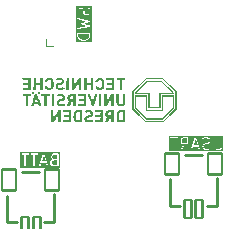
<source format=gbo>
G04 #@! TF.GenerationSoftware,KiCad,Pcbnew,8.0.6*
G04 #@! TF.CreationDate,2025-05-06T14:47:19+02:00*
G04 #@! TF.ProjectId,nRF5340,6e524635-3334-4302-9e6b-696361645f70,rev?*
G04 #@! TF.SameCoordinates,Original*
G04 #@! TF.FileFunction,Legend,Bot*
G04 #@! TF.FilePolarity,Positive*
%FSLAX46Y46*%
G04 Gerber Fmt 4.6, Leading zero omitted, Abs format (unit mm)*
G04 Created by KiCad (PCBNEW 8.0.6) date 2025-05-06 14:47:19*
%MOMM*%
%LPD*%
G01*
G04 APERTURE LIST*
G04 Aperture macros list*
%AMRoundRect*
0 Rectangle with rounded corners*
0 $1 Rounding radius*
0 $2 $3 $4 $5 $6 $7 $8 $9 X,Y pos of 4 corners*
0 Add a 4 corners polygon primitive as box body*
4,1,4,$2,$3,$4,$5,$6,$7,$8,$9,$2,$3,0*
0 Add four circle primitives for the rounded corners*
1,1,$1+$1,$2,$3*
1,1,$1+$1,$4,$5*
1,1,$1+$1,$6,$7*
1,1,$1+$1,$8,$9*
0 Add four rect primitives between the rounded corners*
20,1,$1+$1,$2,$3,$4,$5,0*
20,1,$1+$1,$4,$5,$6,$7,0*
20,1,$1+$1,$6,$7,$8,$9,0*
20,1,$1+$1,$8,$9,$2,$3,0*%
G04 Aperture macros list end*
%ADD10C,0.100000*%
%ADD11C,0.125000*%
%ADD12C,0.254000*%
%ADD13C,0.000000*%
%ADD14C,0.120000*%
%ADD15O,2.004000X1.204000*%
%ADD16O,2.404000X1.204000*%
%ADD17RoundRect,0.102000X-0.300000X-0.775000X0.300000X-0.775000X0.300000X0.775000X-0.300000X0.775000X0*%
%ADD18RoundRect,0.102000X-0.600000X-0.900000X0.600000X-0.900000X0.600000X0.900000X-0.600000X0.900000X0*%
%ADD19C,0.990600*%
%ADD20C,0.787400*%
G04 APERTURE END LIST*
D10*
G36*
X188774363Y-66036704D02*
G01*
X188436915Y-66036704D01*
X188605639Y-65530532D01*
X188774363Y-66036704D01*
G37*
G36*
X187888972Y-65846228D02*
G01*
X187569824Y-65846228D01*
X187492400Y-65807516D01*
X187456255Y-65771372D01*
X187417544Y-65693949D01*
X187417544Y-65574698D01*
X187456255Y-65497274D01*
X187492400Y-65461130D01*
X187569824Y-65422419D01*
X187888972Y-65422419D01*
X187888972Y-65846228D01*
G37*
G36*
X190957226Y-66533530D02*
G01*
X186353096Y-66533530D01*
X186353096Y-65353285D01*
X186464207Y-65353285D01*
X186464207Y-65391553D01*
X186491267Y-65418613D01*
X186510401Y-65422419D01*
X186746115Y-65422419D01*
X186746115Y-66372419D01*
X186749921Y-66391553D01*
X186776981Y-66418613D01*
X186815249Y-66418613D01*
X186842309Y-66391553D01*
X186846115Y-66372419D01*
X186846115Y-65562895D01*
X187317544Y-65562895D01*
X187317544Y-65705752D01*
X187318032Y-65708208D01*
X187317670Y-65709297D01*
X187319786Y-65717024D01*
X187321350Y-65724886D01*
X187322161Y-65725697D01*
X187322823Y-65728113D01*
X187370441Y-65823350D01*
X187375356Y-65829683D01*
X187379808Y-65836345D01*
X187427426Y-65883964D01*
X187434092Y-65888418D01*
X187440421Y-65893330D01*
X187535659Y-65940949D01*
X187538074Y-65941610D01*
X187538886Y-65942422D01*
X187546747Y-65943985D01*
X187554475Y-65946102D01*
X187555563Y-65945739D01*
X187558020Y-65946228D01*
X187604844Y-65946228D01*
X187326582Y-66343746D01*
X187318728Y-66361604D01*
X187325378Y-66399290D01*
X187356729Y-66421235D01*
X187394415Y-66414585D01*
X187408506Y-66401092D01*
X187726910Y-65946228D01*
X187888972Y-65946228D01*
X187888972Y-66372419D01*
X187892778Y-66391553D01*
X187919838Y-66418613D01*
X187958106Y-66418613D01*
X187985166Y-66391553D01*
X187988267Y-66375963D01*
X188222432Y-66375963D01*
X188239546Y-66410192D01*
X188275850Y-66422293D01*
X188310079Y-66405179D01*
X188319740Y-66388230D01*
X188403582Y-66136704D01*
X188807696Y-66136704D01*
X188891538Y-66388230D01*
X188901199Y-66405178D01*
X188935428Y-66422293D01*
X188971732Y-66410191D01*
X188988846Y-66375963D01*
X188986406Y-66356607D01*
X188896438Y-66086704D01*
X189174687Y-66086704D01*
X189174687Y-66181942D01*
X189175175Y-66184398D01*
X189174813Y-66185487D01*
X189176929Y-66193214D01*
X189178493Y-66201076D01*
X189179304Y-66201887D01*
X189179966Y-66204303D01*
X189227584Y-66299540D01*
X189232495Y-66305868D01*
X189236950Y-66312535D01*
X189284569Y-66360155D01*
X189291235Y-66364609D01*
X189297564Y-66369521D01*
X189392802Y-66417140D01*
X189395217Y-66417801D01*
X189396029Y-66418613D01*
X189403890Y-66420176D01*
X189411618Y-66422293D01*
X189412706Y-66421930D01*
X189415163Y-66422419D01*
X189653258Y-66422419D01*
X189661120Y-66420855D01*
X189669069Y-66419853D01*
X189811926Y-66372234D01*
X189828874Y-66362573D01*
X189845989Y-66328344D01*
X189833887Y-66292040D01*
X189799659Y-66274926D01*
X189780303Y-66277366D01*
X189645145Y-66322419D01*
X189426967Y-66322419D01*
X189349544Y-66283708D01*
X189313398Y-66247561D01*
X189274687Y-66170139D01*
X189274687Y-66098507D01*
X189313398Y-66021083D01*
X189349543Y-65984939D01*
X189432615Y-65943403D01*
X189617766Y-65897116D01*
X189622718Y-65894776D01*
X189628000Y-65893330D01*
X189723237Y-65845712D01*
X189729570Y-65840796D01*
X189736232Y-65836345D01*
X189783851Y-65788727D01*
X189788305Y-65782060D01*
X189793217Y-65775732D01*
X189840836Y-65680494D01*
X189841497Y-65678078D01*
X189842309Y-65677267D01*
X189843872Y-65669405D01*
X189845989Y-65661678D01*
X189845626Y-65660589D01*
X189846115Y-65658133D01*
X189846115Y-65562895D01*
X189845626Y-65560438D01*
X189845989Y-65559350D01*
X189843872Y-65551622D01*
X189842309Y-65543761D01*
X189841497Y-65542949D01*
X189840836Y-65540534D01*
X189793217Y-65445296D01*
X189788305Y-65438967D01*
X189783851Y-65432301D01*
X189736232Y-65384683D01*
X189729570Y-65380231D01*
X189723237Y-65375316D01*
X189717443Y-65372419D01*
X190174687Y-65372419D01*
X190174687Y-66181942D01*
X190175175Y-66184398D01*
X190174813Y-66185487D01*
X190176929Y-66193214D01*
X190178493Y-66201076D01*
X190179304Y-66201887D01*
X190179966Y-66204303D01*
X190227584Y-66299540D01*
X190232495Y-66305868D01*
X190236950Y-66312535D01*
X190284569Y-66360155D01*
X190291235Y-66364609D01*
X190297564Y-66369521D01*
X190392802Y-66417140D01*
X190395217Y-66417801D01*
X190396029Y-66418613D01*
X190403890Y-66420176D01*
X190411618Y-66422293D01*
X190412706Y-66421930D01*
X190415163Y-66422419D01*
X190605639Y-66422419D01*
X190608095Y-66421930D01*
X190609184Y-66422293D01*
X190616911Y-66420176D01*
X190624773Y-66418613D01*
X190625584Y-66417801D01*
X190628000Y-66417140D01*
X190723237Y-66369522D01*
X190729564Y-66364611D01*
X190736233Y-66360155D01*
X190783852Y-66312535D01*
X190788305Y-66305869D01*
X190793217Y-66299541D01*
X190840836Y-66204303D01*
X190841497Y-66201887D01*
X190842309Y-66201076D01*
X190843872Y-66193214D01*
X190845989Y-66185487D01*
X190845626Y-66184398D01*
X190846115Y-66181942D01*
X190846115Y-65372419D01*
X190842309Y-65353285D01*
X190815249Y-65326225D01*
X190776981Y-65326225D01*
X190749921Y-65353285D01*
X190746115Y-65372419D01*
X190746115Y-66170138D01*
X190707403Y-66247561D01*
X190671257Y-66283708D01*
X190593836Y-66322419D01*
X190426967Y-66322419D01*
X190349544Y-66283708D01*
X190313398Y-66247561D01*
X190274687Y-66170139D01*
X190274687Y-65372419D01*
X190270881Y-65353285D01*
X190243821Y-65326225D01*
X190205553Y-65326225D01*
X190178493Y-65353285D01*
X190174687Y-65372419D01*
X189717443Y-65372419D01*
X189628000Y-65327698D01*
X189625584Y-65327036D01*
X189624773Y-65326225D01*
X189616911Y-65324661D01*
X189609184Y-65322545D01*
X189608095Y-65322907D01*
X189605639Y-65322419D01*
X189367544Y-65322419D01*
X189359682Y-65323982D01*
X189351732Y-65324985D01*
X189208876Y-65372604D01*
X189191927Y-65382265D01*
X189174813Y-65416494D01*
X189186914Y-65452798D01*
X189221143Y-65469912D01*
X189240498Y-65467472D01*
X189375657Y-65422419D01*
X189593836Y-65422419D01*
X189671259Y-65461130D01*
X189707403Y-65497275D01*
X189746115Y-65574698D01*
X189746115Y-65646329D01*
X189707403Y-65723752D01*
X189671259Y-65759897D01*
X189588188Y-65801433D01*
X189403036Y-65847721D01*
X189398083Y-65850060D01*
X189392802Y-65851507D01*
X189297564Y-65899126D01*
X189291235Y-65904037D01*
X189284569Y-65908492D01*
X189236951Y-65956111D01*
X189232499Y-65962772D01*
X189227584Y-65969106D01*
X189179966Y-66064343D01*
X189179304Y-66066758D01*
X189178493Y-66067570D01*
X189176929Y-66075431D01*
X189174813Y-66083159D01*
X189175175Y-66084247D01*
X189174687Y-66086704D01*
X188896438Y-66086704D01*
X188653073Y-65356608D01*
X188643412Y-65339659D01*
X188640069Y-65337987D01*
X188638399Y-65334647D01*
X188623362Y-65329634D01*
X188609183Y-65322545D01*
X188605638Y-65323726D01*
X188602095Y-65322545D01*
X188587921Y-65329632D01*
X188572879Y-65334646D01*
X188571207Y-65337989D01*
X188567866Y-65339660D01*
X188558205Y-65356608D01*
X188224872Y-66356608D01*
X188222432Y-66375963D01*
X187988267Y-66375963D01*
X187988972Y-66372419D01*
X187988972Y-65372419D01*
X187985166Y-65353285D01*
X187958106Y-65326225D01*
X187938972Y-65322419D01*
X187558020Y-65322419D01*
X187555563Y-65322907D01*
X187554475Y-65322545D01*
X187546747Y-65324661D01*
X187538886Y-65326225D01*
X187538074Y-65327036D01*
X187535659Y-65327698D01*
X187440421Y-65375317D01*
X187434092Y-65380228D01*
X187427426Y-65384683D01*
X187379808Y-65432302D01*
X187375356Y-65438963D01*
X187370441Y-65445297D01*
X187322823Y-65540534D01*
X187322161Y-65542949D01*
X187321350Y-65543761D01*
X187319786Y-65551622D01*
X187317670Y-65559350D01*
X187318032Y-65560438D01*
X187317544Y-65562895D01*
X186846115Y-65562895D01*
X186846115Y-65422419D01*
X187081829Y-65422419D01*
X187100963Y-65418613D01*
X187128023Y-65391553D01*
X187128023Y-65353285D01*
X187100963Y-65326225D01*
X187081829Y-65322419D01*
X186510401Y-65322419D01*
X186491267Y-65326225D01*
X186464207Y-65353285D01*
X186353096Y-65353285D01*
X186353096Y-65211308D01*
X190957226Y-65211308D01*
X190957226Y-66533530D01*
G37*
G36*
X179572419Y-56779104D02*
G01*
X179531099Y-56903063D01*
X179449942Y-56984219D01*
X179366872Y-57025755D01*
X179187692Y-57070550D01*
X179057145Y-57070550D01*
X178877966Y-57025755D01*
X178794892Y-56984218D01*
X178713739Y-56903065D01*
X178672419Y-56779103D01*
X178672419Y-56599122D01*
X179572419Y-56599122D01*
X179572419Y-56779104D01*
G37*
G36*
X179783530Y-57281661D02*
G01*
X178461308Y-57281661D01*
X178461308Y-56549122D01*
X178572419Y-56549122D01*
X178572419Y-56787217D01*
X178573982Y-56795079D01*
X178574985Y-56803028D01*
X178622604Y-56945885D01*
X178623844Y-56948060D01*
X178623844Y-56949208D01*
X178628297Y-56955872D01*
X178632265Y-56962833D01*
X178633291Y-56963346D01*
X178634683Y-56965429D01*
X178729921Y-57060667D01*
X178736580Y-57065117D01*
X178742915Y-57070033D01*
X178838153Y-57117652D01*
X178843434Y-57119098D01*
X178848387Y-57121438D01*
X179038863Y-57169057D01*
X179044980Y-57169354D01*
X179050990Y-57170550D01*
X179193847Y-57170550D01*
X179199856Y-57169354D01*
X179205974Y-57169057D01*
X179396450Y-57121438D01*
X179401402Y-57119098D01*
X179406684Y-57117652D01*
X179501921Y-57070034D01*
X179508249Y-57065122D01*
X179514916Y-57060668D01*
X179610155Y-56965429D01*
X179611545Y-56963347D01*
X179612573Y-56962834D01*
X179616543Y-56955868D01*
X179620994Y-56949208D01*
X179620994Y-56948060D01*
X179622234Y-56945885D01*
X179669853Y-56803029D01*
X179670855Y-56795078D01*
X179672419Y-56787217D01*
X179672419Y-56549122D01*
X179668613Y-56529988D01*
X179641553Y-56502928D01*
X179622419Y-56499122D01*
X178622419Y-56499122D01*
X178603285Y-56502928D01*
X178576225Y-56529988D01*
X178572419Y-56549122D01*
X178461308Y-56549122D01*
X178461308Y-55318941D01*
X178573049Y-55318941D01*
X178593106Y-55351533D01*
X178610838Y-55359667D01*
X179418075Y-55551866D01*
X178895250Y-55691286D01*
X178877743Y-55699894D01*
X178874327Y-55705792D01*
X178868429Y-55709208D01*
X178865080Y-55721766D01*
X178858569Y-55733013D01*
X178860325Y-55739598D01*
X178858569Y-55746183D01*
X178865080Y-55757429D01*
X178868429Y-55769988D01*
X178874327Y-55773403D01*
X178877743Y-55779302D01*
X178895250Y-55787910D01*
X179418075Y-55927329D01*
X178610838Y-56119530D01*
X178593106Y-56127664D01*
X178573049Y-56160256D01*
X178581913Y-56197483D01*
X178614505Y-56217540D01*
X178634000Y-56216810D01*
X179634000Y-55978714D01*
X179651732Y-55970580D01*
X179655651Y-55964210D01*
X179662123Y-55960464D01*
X179665308Y-55948517D01*
X179671789Y-55937988D01*
X179670057Y-55930714D01*
X179671984Y-55923489D01*
X179665788Y-55912787D01*
X179662925Y-55900761D01*
X179656557Y-55896842D01*
X179652810Y-55890370D01*
X179635302Y-55881762D01*
X179102186Y-55739598D01*
X179635302Y-55597434D01*
X179652810Y-55588826D01*
X179656557Y-55582353D01*
X179662925Y-55578435D01*
X179665788Y-55566408D01*
X179671984Y-55555707D01*
X179670057Y-55548481D01*
X179671789Y-55541208D01*
X179665308Y-55530678D01*
X179662123Y-55518732D01*
X179655651Y-55514985D01*
X179651732Y-55508616D01*
X179634000Y-55500482D01*
X178634000Y-55262387D01*
X178614505Y-55261657D01*
X178581913Y-55281714D01*
X178573049Y-55318941D01*
X178461308Y-55318941D01*
X178461308Y-54596741D01*
X178572419Y-54596741D01*
X178572419Y-54834836D01*
X178573982Y-54842698D01*
X178574985Y-54850647D01*
X178622604Y-54993504D01*
X178632265Y-55010452D01*
X178666494Y-55027567D01*
X178702798Y-55015465D01*
X178719912Y-54981237D01*
X178717472Y-54961881D01*
X178672419Y-54826722D01*
X178672419Y-54608544D01*
X178711130Y-54531120D01*
X178747275Y-54494976D01*
X178824699Y-54456265D01*
X178896330Y-54456265D01*
X178973753Y-54494976D01*
X179009897Y-54531121D01*
X179051433Y-54614193D01*
X179097721Y-54799344D01*
X179100060Y-54804296D01*
X179101507Y-54809578D01*
X179149125Y-54904815D01*
X179154040Y-54911148D01*
X179158492Y-54917810D01*
X179206110Y-54965429D01*
X179212776Y-54969883D01*
X179219105Y-54974795D01*
X179314343Y-55022414D01*
X179316758Y-55023075D01*
X179317570Y-55023887D01*
X179325431Y-55025450D01*
X179333159Y-55027567D01*
X179334247Y-55027204D01*
X179336704Y-55027693D01*
X179431942Y-55027693D01*
X179434398Y-55027204D01*
X179435487Y-55027567D01*
X179443214Y-55025450D01*
X179451076Y-55023887D01*
X179451887Y-55023075D01*
X179454303Y-55022414D01*
X179549540Y-54974796D01*
X179555868Y-54969884D01*
X179562535Y-54965430D01*
X179610155Y-54917811D01*
X179614609Y-54911144D01*
X179619521Y-54904816D01*
X179667140Y-54809578D01*
X179667801Y-54807162D01*
X179668613Y-54806351D01*
X179670176Y-54798489D01*
X179672293Y-54790762D01*
X179671930Y-54789673D01*
X179672419Y-54787217D01*
X179672419Y-54549122D01*
X179670855Y-54541260D01*
X179669853Y-54533310D01*
X179622234Y-54390454D01*
X179612573Y-54373505D01*
X179578344Y-54356391D01*
X179542040Y-54368492D01*
X179524926Y-54402721D01*
X179527366Y-54422076D01*
X179572419Y-54557235D01*
X179572419Y-54775413D01*
X179533708Y-54852835D01*
X179497561Y-54888981D01*
X179420139Y-54927693D01*
X179348508Y-54927693D01*
X179271084Y-54888981D01*
X179234939Y-54852837D01*
X179193404Y-54769766D01*
X179147116Y-54584614D01*
X179144776Y-54579661D01*
X179143330Y-54574380D01*
X179095711Y-54479142D01*
X179090799Y-54472813D01*
X179086345Y-54466147D01*
X179038726Y-54418529D01*
X179032064Y-54414077D01*
X179025731Y-54409162D01*
X178930494Y-54361544D01*
X178928078Y-54360882D01*
X178927267Y-54360071D01*
X178919405Y-54358507D01*
X178911678Y-54356391D01*
X178910589Y-54356753D01*
X178908133Y-54356265D01*
X178812895Y-54356265D01*
X178810438Y-54356753D01*
X178809350Y-54356391D01*
X178801622Y-54358507D01*
X178793761Y-54360071D01*
X178792949Y-54360882D01*
X178790534Y-54361544D01*
X178695296Y-54409163D01*
X178688967Y-54414074D01*
X178682301Y-54418529D01*
X178634683Y-54466148D01*
X178630231Y-54472809D01*
X178625316Y-54479143D01*
X178577698Y-54574380D01*
X178577036Y-54576795D01*
X178576225Y-54577607D01*
X178574661Y-54585468D01*
X178572545Y-54593196D01*
X178572907Y-54594284D01*
X178572419Y-54596741D01*
X178461308Y-54596741D01*
X178461308Y-54245154D01*
X179783530Y-54245154D01*
X179783530Y-57281661D01*
G37*
D11*
G36*
X176867168Y-67683619D02*
G01*
X176563471Y-67683619D01*
X176490501Y-67647134D01*
X176457225Y-67613857D01*
X176420740Y-67540887D01*
X176420740Y-67427540D01*
X176457226Y-67354568D01*
X176487238Y-67324555D01*
X176606478Y-67284809D01*
X176867168Y-67284809D01*
X176867168Y-67683619D01*
G37*
G36*
X176867168Y-67159809D02*
G01*
X176611090Y-67159809D01*
X176538118Y-67123323D01*
X176504845Y-67090050D01*
X176468359Y-67017078D01*
X176468359Y-66951350D01*
X176504845Y-66878378D01*
X176538118Y-66845105D01*
X176611090Y-66808619D01*
X176867168Y-66808619D01*
X176867168Y-67159809D01*
G37*
G36*
X175890572Y-67397904D02*
G01*
X175587812Y-67397904D01*
X175739192Y-66943762D01*
X175890572Y-67397904D01*
G37*
G36*
X177103279Y-67919730D02*
G01*
X173713196Y-67919730D01*
X173713196Y-66722201D01*
X173824307Y-66722201D01*
X173824307Y-66770037D01*
X173858131Y-66803861D01*
X173882049Y-66808619D01*
X174105263Y-66808619D01*
X174105263Y-67746119D01*
X174110021Y-67770037D01*
X174143845Y-67803861D01*
X174191681Y-67803861D01*
X174225505Y-67770037D01*
X174230263Y-67746119D01*
X174230263Y-66808619D01*
X174453477Y-66808619D01*
X174477395Y-66803861D01*
X174511219Y-66770037D01*
X174511219Y-66722201D01*
X174586212Y-66722201D01*
X174586212Y-66770037D01*
X174620036Y-66803861D01*
X174643954Y-66808619D01*
X174867168Y-66808619D01*
X174867168Y-67746119D01*
X174871926Y-67770037D01*
X174905750Y-67803861D01*
X174953586Y-67803861D01*
X174987410Y-67770037D01*
X174991287Y-67750550D01*
X175343517Y-67750550D01*
X175364909Y-67793334D01*
X175410290Y-67808461D01*
X175453074Y-67787069D01*
X175465152Y-67765883D01*
X175546145Y-67522904D01*
X175932239Y-67522904D01*
X176013232Y-67765883D01*
X176025310Y-67787069D01*
X176068094Y-67808461D01*
X176113475Y-67793334D01*
X176134867Y-67750550D01*
X176131818Y-67726354D01*
X176027295Y-67412785D01*
X176295740Y-67412785D01*
X176295740Y-67555642D01*
X176296350Y-67558713D01*
X176295898Y-67560072D01*
X176298543Y-67569732D01*
X176300498Y-67579560D01*
X176301511Y-67580573D01*
X176302338Y-67583593D01*
X176349957Y-67678831D01*
X176356097Y-67686742D01*
X176361664Y-67695074D01*
X176409283Y-67742694D01*
X176417611Y-67748258D01*
X176425527Y-67754402D01*
X176520765Y-67802021D01*
X176523784Y-67802847D01*
X176524798Y-67803861D01*
X176534625Y-67805815D01*
X176544286Y-67808461D01*
X176545644Y-67808008D01*
X176548716Y-67808619D01*
X176929668Y-67808619D01*
X176953586Y-67803861D01*
X176987410Y-67770037D01*
X176992168Y-67746119D01*
X176992168Y-66746119D01*
X176987410Y-66722201D01*
X176953586Y-66688377D01*
X176929668Y-66683619D01*
X176596335Y-66683619D01*
X176593263Y-66684229D01*
X176591905Y-66683777D01*
X176582244Y-66686422D01*
X176572417Y-66688377D01*
X176571403Y-66689390D01*
X176568384Y-66690217D01*
X176473146Y-66737836D01*
X176465224Y-66743983D01*
X176456903Y-66749544D01*
X176409284Y-66797163D01*
X176403723Y-66805484D01*
X176397576Y-66813406D01*
X176349957Y-66908644D01*
X176349130Y-66911663D01*
X176348117Y-66912677D01*
X176346162Y-66922504D01*
X176343517Y-66932165D01*
X176343969Y-66933523D01*
X176343359Y-66936595D01*
X176343359Y-67031833D01*
X176343969Y-67034904D01*
X176343517Y-67036263D01*
X176346162Y-67045923D01*
X176348117Y-67055751D01*
X176349130Y-67056764D01*
X176349957Y-67059784D01*
X176397576Y-67155022D01*
X176403723Y-67162943D01*
X176409284Y-67171265D01*
X176444918Y-67206899D01*
X176433714Y-67210635D01*
X176430993Y-67212186D01*
X176429561Y-67212186D01*
X176421232Y-67217750D01*
X176412528Y-67222713D01*
X176411887Y-67223994D01*
X176409284Y-67225734D01*
X176361665Y-67273353D01*
X176356104Y-67281674D01*
X176349957Y-67289596D01*
X176302338Y-67384834D01*
X176301511Y-67387853D01*
X176300498Y-67388867D01*
X176298543Y-67398694D01*
X176295898Y-67408355D01*
X176296350Y-67409713D01*
X176295740Y-67412785D01*
X176027295Y-67412785D01*
X175798485Y-66726355D01*
X175786407Y-66705169D01*
X175782230Y-66703080D01*
X175780142Y-66698904D01*
X175761347Y-66692639D01*
X175743623Y-66683777D01*
X175739192Y-66685254D01*
X175734761Y-66683777D01*
X175717037Y-66692639D01*
X175698242Y-66698904D01*
X175696153Y-66703080D01*
X175691977Y-66705169D01*
X175679899Y-66726355D01*
X175346566Y-67726355D01*
X175343517Y-67750550D01*
X174991287Y-67750550D01*
X174992168Y-67746119D01*
X174992168Y-66808619D01*
X175215382Y-66808619D01*
X175239300Y-66803861D01*
X175273124Y-66770037D01*
X175273124Y-66722201D01*
X175239300Y-66688377D01*
X175215382Y-66683619D01*
X174643954Y-66683619D01*
X174620036Y-66688377D01*
X174586212Y-66722201D01*
X174511219Y-66722201D01*
X174477395Y-66688377D01*
X174453477Y-66683619D01*
X173882049Y-66683619D01*
X173858131Y-66688377D01*
X173824307Y-66722201D01*
X173713196Y-66722201D01*
X173713196Y-66572508D01*
X177103279Y-66572508D01*
X177103279Y-67919730D01*
G37*
D12*
X186425000Y-68912000D02*
X186424999Y-71125000D01*
X187279997Y-71124999D02*
X186424999Y-71125000D01*
X189147002Y-66874999D02*
X187658001Y-66874998D01*
X189525000Y-71125000D02*
X190425000Y-71125000D01*
X190424999Y-68778003D02*
X190425000Y-71125000D01*
X172625000Y-70311998D02*
X172624999Y-72525000D01*
X173480001Y-72525000D02*
X172624999Y-72525000D01*
X175346997Y-68275000D02*
X173857998Y-68275002D01*
X175725000Y-72525000D02*
X176625001Y-72525003D01*
X176625002Y-70178005D02*
X176625001Y-72525003D01*
D13*
G36*
X177872814Y-60818555D02*
G01*
X177872814Y-61332214D01*
X177765117Y-61332214D01*
X177657420Y-61332214D01*
X177663851Y-60825881D01*
X177670281Y-60319549D01*
X177771548Y-60312223D01*
X177872814Y-60304896D01*
X177872814Y-60818555D01*
G37*
G36*
X180612964Y-62201913D02*
G01*
X180612964Y-62714202D01*
X180517655Y-62714202D01*
X180422345Y-62714202D01*
X180422345Y-62201913D01*
X180422345Y-61689624D01*
X180517655Y-61689624D01*
X180612964Y-61689624D01*
X180612964Y-62201913D01*
G37*
G36*
X174679944Y-61773020D02*
G01*
X174679944Y-61856416D01*
X174548893Y-61856416D01*
X174417842Y-61856416D01*
X174417842Y-62285309D01*
X174417842Y-62714202D01*
X174322533Y-62714202D01*
X174227223Y-62714202D01*
X174227223Y-62285309D01*
X174227223Y-61856416D01*
X174096173Y-61856416D01*
X173965122Y-61856416D01*
X173965122Y-61773020D01*
X173965122Y-61689624D01*
X174322533Y-61689624D01*
X174679944Y-61689624D01*
X174679944Y-61773020D01*
G37*
G36*
X174864997Y-61499016D02*
G01*
X174917546Y-61503584D01*
X174938356Y-61526507D01*
X174942045Y-61582401D01*
X174942035Y-61588749D01*
X174937466Y-61641298D01*
X174914544Y-61662109D01*
X174858649Y-61665797D01*
X174852301Y-61665787D01*
X174799752Y-61661219D01*
X174778942Y-61638296D01*
X174775253Y-61582401D01*
X174775264Y-61576054D01*
X174779832Y-61523504D01*
X174802755Y-61502694D01*
X174858649Y-61499005D01*
X174864997Y-61499016D01*
G37*
G36*
X175421543Y-61503280D02*
G01*
X175439571Y-61525421D01*
X175442420Y-61580963D01*
X175442303Y-61600986D01*
X175436201Y-61645709D01*
X175410549Y-61662954D01*
X175351303Y-61665797D01*
X175332003Y-61665707D01*
X175283015Y-61660522D01*
X175264724Y-61638702D01*
X175263678Y-61588358D01*
X175263801Y-61585722D01*
X175271164Y-61535341D01*
X175296558Y-61512539D01*
X175354796Y-61503524D01*
X175374110Y-61501969D01*
X175421543Y-61503280D01*
G37*
G36*
X182638293Y-60402945D02*
G01*
X182638293Y-60498255D01*
X182507242Y-60498255D01*
X182376191Y-60498255D01*
X182376191Y-60915234D01*
X182376191Y-61332214D01*
X182268968Y-61332214D01*
X182161745Y-61332214D01*
X182161745Y-60915234D01*
X182161745Y-60498255D01*
X182030694Y-60498255D01*
X181899644Y-60498255D01*
X181899644Y-60402945D01*
X181899644Y-60307636D01*
X182268968Y-60307636D01*
X182638293Y-60307636D01*
X182638293Y-60402945D01*
G37*
G36*
X176276379Y-61773020D02*
G01*
X176276379Y-61856416D01*
X176145328Y-61856416D01*
X176014278Y-61856416D01*
X176014278Y-62269424D01*
X176013688Y-62381296D01*
X176011525Y-62503822D01*
X176008056Y-62602875D01*
X176003579Y-62670393D01*
X175998393Y-62698317D01*
X175994442Y-62700978D01*
X175954136Y-62710396D01*
X175891169Y-62714202D01*
X175799831Y-62714202D01*
X175799831Y-62285309D01*
X175799831Y-61856416D01*
X175668780Y-61856416D01*
X175537730Y-61856416D01*
X175537730Y-61773020D01*
X175537730Y-61689624D01*
X175907054Y-61689624D01*
X176276379Y-61689624D01*
X176276379Y-61773020D01*
G37*
G36*
X176593100Y-61692289D02*
G01*
X176625880Y-61706067D01*
X176634344Y-61737279D01*
X176634345Y-61737358D01*
X176634519Y-61775716D01*
X176634671Y-61853306D01*
X176634791Y-61961747D01*
X176634870Y-62092656D01*
X176634898Y-62237654D01*
X176634898Y-62245002D01*
X176634868Y-62386305D01*
X176634788Y-62510262D01*
X176634668Y-62609297D01*
X176634517Y-62675831D01*
X176634344Y-62702289D01*
X176631826Y-62704940D01*
X176598347Y-62711554D01*
X176538480Y-62714202D01*
X176443171Y-62714202D01*
X176443171Y-62201913D01*
X176443171Y-61689624D01*
X176538480Y-61689624D01*
X176593100Y-61692289D01*
G37*
G36*
X174632289Y-60819925D02*
G01*
X174632289Y-61332214D01*
X174286792Y-61332214D01*
X173941295Y-61332214D01*
X173941295Y-61248818D01*
X173941295Y-61165422D01*
X174179568Y-61165422D01*
X174417842Y-61165422D01*
X174417842Y-61034371D01*
X174417842Y-60903321D01*
X174215310Y-60903321D01*
X174012777Y-60903321D01*
X174012777Y-60819925D01*
X174012777Y-60736529D01*
X174215310Y-60736529D01*
X174417842Y-60736529D01*
X174417842Y-60618255D01*
X174417842Y-60499981D01*
X174185525Y-60493161D01*
X173953208Y-60486341D01*
X173945813Y-60396988D01*
X173938418Y-60307636D01*
X174285353Y-60307636D01*
X174632289Y-60307636D01*
X174632289Y-60819925D01*
G37*
G36*
X175633039Y-60818555D02*
G01*
X175633039Y-61332214D01*
X175525816Y-61332214D01*
X175418593Y-61332214D01*
X175418593Y-61117767D01*
X175418593Y-60903321D01*
X175251801Y-60903321D01*
X175085009Y-60903321D01*
X175085009Y-61117767D01*
X175085009Y-61332214D01*
X174977312Y-61332214D01*
X174869615Y-61332214D01*
X174876046Y-60825881D01*
X174882477Y-60319549D01*
X174983743Y-60312223D01*
X175085009Y-60304896D01*
X175085009Y-60520712D01*
X175085009Y-60736529D01*
X175250873Y-60736529D01*
X175416738Y-60736529D01*
X175423622Y-60528039D01*
X175430507Y-60319549D01*
X175531773Y-60312223D01*
X175633039Y-60304896D01*
X175633039Y-60818555D01*
G37*
G36*
X178039606Y-63560075D02*
G01*
X178039606Y-64072364D01*
X177706022Y-64072364D01*
X177372439Y-64072364D01*
X177372439Y-63989831D01*
X177372439Y-63907298D01*
X177604756Y-63900478D01*
X177837073Y-63893658D01*
X177837073Y-63774521D01*
X177837073Y-63655384D01*
X177631124Y-63648537D01*
X177425175Y-63641689D01*
X177428591Y-63565141D01*
X177432007Y-63488593D01*
X177634540Y-63476679D01*
X177837073Y-63464765D01*
X177844336Y-63351585D01*
X177851598Y-63238405D01*
X177612018Y-63238405D01*
X177372439Y-63238405D01*
X177372439Y-63143095D01*
X177372439Y-63047786D01*
X177706022Y-63047786D01*
X178039606Y-63047786D01*
X178039606Y-63560075D01*
G37*
G36*
X179326285Y-62201913D02*
G01*
X179326285Y-62714202D01*
X178992702Y-62714202D01*
X178659118Y-62714202D01*
X178659118Y-62618893D01*
X178659118Y-62523583D01*
X178897392Y-62523583D01*
X179135666Y-62523583D01*
X179135666Y-62404446D01*
X179135666Y-62285309D01*
X178933133Y-62285309D01*
X178730600Y-62285309D01*
X178730600Y-62190000D01*
X178730600Y-62094690D01*
X178933133Y-62094690D01*
X179135666Y-62094690D01*
X179135666Y-61975553D01*
X179135666Y-61856416D01*
X178897392Y-61856416D01*
X178659118Y-61856416D01*
X178659118Y-61773020D01*
X178659118Y-61689624D01*
X178992702Y-61689624D01*
X179326285Y-61689624D01*
X179326285Y-62201913D01*
G37*
G36*
X179921970Y-60818555D02*
G01*
X179921970Y-61332214D01*
X179814747Y-61332214D01*
X179707523Y-61332214D01*
X179707523Y-61117767D01*
X179707523Y-60903321D01*
X179540732Y-60903321D01*
X179373940Y-60903321D01*
X179373940Y-61117767D01*
X179373940Y-61332214D01*
X179266243Y-61332214D01*
X179158546Y-61332214D01*
X179164976Y-60825881D01*
X179171407Y-60319549D01*
X179272674Y-60312223D01*
X179373940Y-60304896D01*
X179373940Y-60520712D01*
X179373940Y-60736529D01*
X179539804Y-60736529D01*
X179705668Y-60736529D01*
X179712553Y-60528039D01*
X179719437Y-60319549D01*
X179820704Y-60312223D01*
X179921970Y-60304896D01*
X179921970Y-60818555D01*
G37*
G36*
X180732101Y-63560075D02*
G01*
X180732101Y-64072364D01*
X180398518Y-64072364D01*
X180064934Y-64072364D01*
X180064934Y-63989831D01*
X180064934Y-63907298D01*
X180297251Y-63900478D01*
X180529568Y-63893658D01*
X180536771Y-63768564D01*
X180543973Y-63643471D01*
X180328281Y-63643471D01*
X180112589Y-63643471D01*
X180112589Y-63561002D01*
X180112589Y-63478534D01*
X180321079Y-63471650D01*
X180529568Y-63464765D01*
X180536831Y-63351585D01*
X180544093Y-63238405D01*
X180304514Y-63238405D01*
X180064934Y-63238405D01*
X180064934Y-63143095D01*
X180064934Y-63047786D01*
X180398518Y-63047786D01*
X180732101Y-63047786D01*
X180732101Y-63560075D01*
G37*
G36*
X181377276Y-60312938D02*
G01*
X181712694Y-60319549D01*
X181716816Y-60825887D01*
X181720938Y-61332224D01*
X181381398Y-61332219D01*
X181041857Y-61332214D01*
X181041857Y-61248818D01*
X181041857Y-61165422D01*
X181280131Y-61165422D01*
X181518405Y-61165422D01*
X181518405Y-61034371D01*
X181518405Y-60903321D01*
X181315872Y-60903321D01*
X181113340Y-60903321D01*
X181113340Y-60819925D01*
X181113340Y-60736529D01*
X181315872Y-60736529D01*
X181518405Y-60736529D01*
X181518405Y-60617392D01*
X181518405Y-60498255D01*
X181280131Y-60498255D01*
X181041857Y-60498255D01*
X181041857Y-60402291D01*
X181041857Y-60306327D01*
X181377276Y-60312938D01*
G37*
G36*
X178823110Y-60312342D02*
G01*
X178909306Y-60319549D01*
X178915737Y-60825881D01*
X178922167Y-61332214D01*
X178815182Y-61332214D01*
X178708197Y-61332214D01*
X178701528Y-61030557D01*
X178694859Y-60728900D01*
X178504240Y-61029546D01*
X178457266Y-61103487D01*
X178396088Y-61197884D01*
X178351331Y-61261641D01*
X178317383Y-61300805D01*
X178288631Y-61321422D01*
X178259464Y-61329539D01*
X178224268Y-61331203D01*
X178134916Y-61332214D01*
X178134916Y-60819925D01*
X178134916Y-60307636D01*
X178230225Y-60307636D01*
X178325535Y-60307636D01*
X178325921Y-60623349D01*
X178326307Y-60939062D01*
X178531611Y-60622099D01*
X178736914Y-60305135D01*
X178823110Y-60312342D01*
G37*
G36*
X181070930Y-61992994D02*
G01*
X181077598Y-62296364D01*
X181273824Y-61992994D01*
X181470049Y-61689624D01*
X181565709Y-61689624D01*
X181661370Y-61689624D01*
X181661370Y-62186028D01*
X181661308Y-62229724D01*
X181660182Y-62375010D01*
X181657811Y-62501802D01*
X181654420Y-62602811D01*
X181650236Y-62670746D01*
X181645485Y-62698317D01*
X181641718Y-62700889D01*
X181601687Y-62710368D01*
X181538953Y-62714202D01*
X181448306Y-62714202D01*
X181441658Y-62407637D01*
X181435009Y-62101072D01*
X181241627Y-62401680D01*
X181211484Y-62448458D01*
X181144217Y-62551206D01*
X181094677Y-62622046D01*
X181057257Y-62667146D01*
X181026350Y-62692674D01*
X180996352Y-62704798D01*
X180961655Y-62709684D01*
X180875066Y-62717079D01*
X180875066Y-62203352D01*
X180875066Y-61689624D01*
X180969663Y-61689624D01*
X181064261Y-61689624D01*
X181070930Y-61992994D01*
G37*
G36*
X186998705Y-62199881D02*
G01*
X186998705Y-62940198D01*
X186432991Y-63506281D01*
X185867277Y-64072364D01*
X185115869Y-64072364D01*
X184364461Y-64072364D01*
X183799219Y-63505324D01*
X183233977Y-62938285D01*
X183233977Y-62200361D01*
X183233977Y-61486694D01*
X183353114Y-61486694D01*
X183353114Y-62190000D01*
X183353114Y-62893305D01*
X183883468Y-63423266D01*
X184413822Y-63953227D01*
X185116734Y-63953227D01*
X185819647Y-63953227D01*
X186349608Y-63422873D01*
X186879568Y-62892519D01*
X186879568Y-62189607D01*
X186879568Y-61486694D01*
X186349215Y-60956734D01*
X185818861Y-60426773D01*
X185116341Y-60426773D01*
X184413822Y-60426773D01*
X183883468Y-60956734D01*
X183353114Y-61486694D01*
X183233977Y-61486694D01*
X183233977Y-61462437D01*
X183811591Y-60885037D01*
X184389205Y-60307636D01*
X185116869Y-60307636D01*
X185844533Y-60307636D01*
X186421619Y-60883600D01*
X186998705Y-61459564D01*
X186998705Y-61486694D01*
X186998705Y-62199881D01*
G37*
G36*
X176562308Y-63345628D02*
G01*
X176562324Y-63358501D01*
X176563940Y-63469641D01*
X176567815Y-63560191D01*
X176573409Y-63621132D01*
X176580178Y-63643442D01*
X176585841Y-63639256D01*
X176614307Y-63603980D01*
X176660888Y-63538618D01*
X176720651Y-63450211D01*
X176788668Y-63345796D01*
X176834501Y-63274369D01*
X176896160Y-63180128D01*
X176941202Y-63116536D01*
X176975298Y-63077559D01*
X177004121Y-63057164D01*
X177033345Y-63049316D01*
X177068640Y-63047982D01*
X177157992Y-63047786D01*
X177157992Y-63560075D01*
X177157992Y-64072364D01*
X177062683Y-64072364D01*
X176967373Y-64072364D01*
X176967373Y-63774521D01*
X176967357Y-63761576D01*
X176965739Y-63650499D01*
X176961864Y-63560062D01*
X176956271Y-63499268D01*
X176949503Y-63477120D01*
X176944129Y-63481134D01*
X176916277Y-63516240D01*
X176870542Y-63581658D01*
X176811811Y-63670270D01*
X176744969Y-63774963D01*
X176558306Y-64072364D01*
X176464997Y-64072364D01*
X176371689Y-64072364D01*
X176371689Y-63560075D01*
X176371689Y-63047786D01*
X176466998Y-63047786D01*
X176562308Y-63047786D01*
X176562308Y-63345628D01*
G37*
G36*
X182090263Y-62067170D02*
G01*
X182090728Y-62199897D01*
X182092781Y-62308169D01*
X182097179Y-62383029D01*
X182104674Y-62431957D01*
X182116017Y-62462433D01*
X182131961Y-62481934D01*
X182148150Y-62494857D01*
X182225896Y-62527177D01*
X182306855Y-62524413D01*
X182376790Y-62489373D01*
X182421465Y-62424862D01*
X182423637Y-62417502D01*
X182433049Y-62357429D01*
X182440683Y-62263513D01*
X182445803Y-62147130D01*
X182447674Y-62019652D01*
X182447674Y-61689624D01*
X182544552Y-61689624D01*
X182641431Y-61689624D01*
X182633905Y-62093031D01*
X182633357Y-62121326D01*
X182628765Y-62281160D01*
X182620735Y-62401773D01*
X182606893Y-62490477D01*
X182584868Y-62554586D01*
X182552288Y-62601412D01*
X182506783Y-62638269D01*
X182445980Y-62672467D01*
X182338204Y-62708407D01*
X182213667Y-62710848D01*
X182095690Y-62676613D01*
X181995287Y-62609092D01*
X181923473Y-62511674D01*
X181910987Y-62483785D01*
X181895770Y-62437066D01*
X181885603Y-62379724D01*
X181879527Y-62302507D01*
X181876584Y-62196159D01*
X181875816Y-62051426D01*
X181875816Y-61689624D01*
X181983039Y-61689624D01*
X182090263Y-61689624D01*
X182090263Y-62067170D01*
G37*
G36*
X182638293Y-63557967D02*
G01*
X182638293Y-64072364D01*
X182397663Y-64072364D01*
X182273388Y-64069815D01*
X182140271Y-64055227D01*
X182043784Y-64022565D01*
X181977961Y-63966059D01*
X181936840Y-63879944D01*
X181914457Y-63758452D01*
X181904847Y-63595816D01*
X181903301Y-63527562D01*
X182093727Y-63527562D01*
X182093817Y-63664901D01*
X182110271Y-63767655D01*
X182145133Y-63836911D01*
X182200218Y-63878654D01*
X182254883Y-63895312D01*
X182327186Y-63904495D01*
X182392679Y-63902931D01*
X182431789Y-63889687D01*
X182433136Y-63887198D01*
X182438830Y-63849518D01*
X182443447Y-63775557D01*
X182446543Y-63674644D01*
X182447674Y-63556104D01*
X182447674Y-63238405D01*
X182320316Y-63238405D01*
X182316481Y-63238412D01*
X182226323Y-63245416D01*
X182164691Y-63270530D01*
X182125863Y-63321058D01*
X182104115Y-63404301D01*
X182093727Y-63527562D01*
X181903301Y-63527562D01*
X181902981Y-63513426D01*
X181903380Y-63410794D01*
X181908982Y-63338242D01*
X181920860Y-63284950D01*
X181940086Y-63240099D01*
X181955170Y-63212691D01*
X182001144Y-63147985D01*
X182057000Y-63103573D01*
X182132138Y-63075408D01*
X182235956Y-63059444D01*
X182377853Y-63051635D01*
X182638293Y-63043570D01*
X182638293Y-63556104D01*
X182638293Y-63557967D01*
G37*
G36*
X179768002Y-61999381D02*
G01*
X179777713Y-62031686D01*
X179811682Y-62140569D01*
X179841072Y-62228661D01*
X179863014Y-62287629D01*
X179874637Y-62309137D01*
X179876350Y-62307850D01*
X179891084Y-62276747D01*
X179915805Y-62210378D01*
X179947519Y-62117117D01*
X179983233Y-62005337D01*
X180077563Y-61701538D01*
X180178472Y-61694211D01*
X180205172Y-61692985D01*
X180258271Y-61696183D01*
X180279381Y-61706812D01*
X180277385Y-61715157D01*
X180263433Y-61761339D01*
X180238407Y-61840391D01*
X180204963Y-61944214D01*
X180165762Y-62064713D01*
X180123459Y-62193788D01*
X180080715Y-62323344D01*
X180040185Y-62445282D01*
X180004530Y-62551505D01*
X179976406Y-62633917D01*
X179958472Y-62684418D01*
X179930746Y-62705155D01*
X179877044Y-62714202D01*
X179853665Y-62713258D01*
X179834015Y-62706655D01*
X179815549Y-62688743D01*
X179795565Y-62653868D01*
X179771363Y-62596379D01*
X179740241Y-62510622D01*
X179699496Y-62390946D01*
X179646428Y-62231698D01*
X179630189Y-62182854D01*
X179583409Y-62042337D01*
X179542134Y-61918628D01*
X179508742Y-61818834D01*
X179485607Y-61750059D01*
X179475107Y-61719409D01*
X179474491Y-61709165D01*
X179501021Y-61694275D01*
X179569892Y-61689624D01*
X179675632Y-61689624D01*
X179768002Y-61999381D01*
G37*
G36*
X186762890Y-62400838D02*
G01*
X186763118Y-62861864D01*
X186257673Y-63359891D01*
X185752228Y-63857917D01*
X185118775Y-63857917D01*
X184485322Y-63857917D01*
X183978787Y-63351793D01*
X183472251Y-62845669D01*
X183472251Y-62314827D01*
X183472251Y-61904071D01*
X183567561Y-61904071D01*
X183567561Y-62350173D01*
X183567561Y-62796274D01*
X184038814Y-63267527D01*
X184510067Y-63738780D01*
X185115645Y-63738780D01*
X185721224Y-63738780D01*
X186193173Y-63268974D01*
X186665122Y-62799167D01*
X186665122Y-62351619D01*
X186665122Y-61904071D01*
X186260056Y-61904071D01*
X185854991Y-61904071D01*
X185854991Y-62499756D01*
X185854991Y-63095441D01*
X185116341Y-63095441D01*
X184377692Y-63095441D01*
X184377692Y-62499756D01*
X184377692Y-61904071D01*
X183972627Y-61904071D01*
X183567561Y-61904071D01*
X183472251Y-61904071D01*
X183472251Y-61783986D01*
X183978583Y-61790417D01*
X184484916Y-61796848D01*
X184491282Y-62398489D01*
X184497648Y-63000131D01*
X185116341Y-63000131D01*
X185735035Y-63000131D01*
X185741401Y-62398489D01*
X185747767Y-61796848D01*
X186254099Y-61790417D01*
X186760432Y-61783986D01*
X186761546Y-61861899D01*
X186761552Y-61862261D01*
X186761914Y-61910833D01*
X186762251Y-61997955D01*
X186762541Y-62114649D01*
X186762761Y-62251937D01*
X186762847Y-62351619D01*
X186762890Y-62400838D01*
G37*
G36*
X181685197Y-63560075D02*
G01*
X181685197Y-64072364D01*
X181577974Y-64072364D01*
X181470750Y-64072364D01*
X181470750Y-63869831D01*
X181470750Y-63667298D01*
X181404578Y-63667298D01*
X181380307Y-63669200D01*
X181351156Y-63682270D01*
X181322107Y-63714727D01*
X181286571Y-63774578D01*
X181237960Y-63869831D01*
X181137514Y-64072364D01*
X181030117Y-64072364D01*
X180997977Y-64071832D01*
X180944038Y-64067694D01*
X180922720Y-64060800D01*
X180926040Y-64051168D01*
X180946049Y-64006387D01*
X180980135Y-63934607D01*
X181023634Y-63845761D01*
X181124548Y-63642284D01*
X181061620Y-63589266D01*
X181000805Y-63523851D01*
X180953284Y-63420733D01*
X180952242Y-63388714D01*
X181142682Y-63388714D01*
X181168918Y-63438192D01*
X181182012Y-63456746D01*
X181213947Y-63484939D01*
X181261356Y-63497585D01*
X181340249Y-63500506D01*
X181470750Y-63500506D01*
X181470750Y-63368267D01*
X181470750Y-63236027D01*
X181334536Y-63243173D01*
X181289911Y-63246081D01*
X181227148Y-63256004D01*
X181189867Y-63276321D01*
X181163205Y-63313098D01*
X181145843Y-63348093D01*
X181142682Y-63388714D01*
X180952242Y-63388714D01*
X180949691Y-63310355D01*
X180991479Y-63200757D01*
X181025339Y-63154532D01*
X181088090Y-63103792D01*
X181173561Y-63070882D01*
X181289729Y-63053111D01*
X181444567Y-63047786D01*
X181685197Y-63047786D01*
X181685197Y-63368267D01*
X181685197Y-63560075D01*
G37*
G36*
X178992702Y-63562125D02*
G01*
X178992702Y-64076465D01*
X178720184Y-64068457D01*
X178637135Y-64065836D01*
X178544874Y-64061215D01*
X178482886Y-64053685D01*
X178440731Y-64040878D01*
X178407968Y-64020425D01*
X178374155Y-63989957D01*
X178331080Y-63941857D01*
X178290959Y-63870395D01*
X178266853Y-63780326D01*
X178256498Y-63662266D01*
X178257315Y-63550253D01*
X178444672Y-63550253D01*
X178444719Y-63565221D01*
X178451066Y-63693172D01*
X178469924Y-63782970D01*
X178503912Y-63842367D01*
X178555644Y-63879117D01*
X178609887Y-63895544D01*
X178681890Y-63904528D01*
X178747214Y-63902877D01*
X178786198Y-63889687D01*
X178787545Y-63887198D01*
X178793239Y-63849518D01*
X178797856Y-63775557D01*
X178800952Y-63674644D01*
X178802083Y-63556104D01*
X178802083Y-63238405D01*
X178672761Y-63238405D01*
X178643845Y-63238661D01*
X178574827Y-63244762D01*
X178530651Y-63263583D01*
X178494056Y-63301187D01*
X178474784Y-63329670D01*
X178456252Y-63378442D01*
X178447116Y-63447423D01*
X178444672Y-63550253D01*
X178257315Y-63550253D01*
X178257631Y-63506835D01*
X178258827Y-63474676D01*
X178265193Y-63366233D01*
X178275330Y-63291521D01*
X178291338Y-63239314D01*
X178315315Y-63198385D01*
X178345926Y-63161068D01*
X178412381Y-63106794D01*
X178497370Y-63071940D01*
X178610251Y-63053338D01*
X178760385Y-63047823D01*
X178992702Y-63047786D01*
X178992702Y-63556104D01*
X178992702Y-63562125D01*
G37*
G36*
X176271324Y-60313955D02*
G01*
X176387021Y-60353633D01*
X176486898Y-60434162D01*
X176523574Y-60496401D01*
X176552472Y-60597264D01*
X176569437Y-60720352D01*
X176574080Y-60853097D01*
X176566009Y-60982931D01*
X176544835Y-61097286D01*
X176510168Y-61183594D01*
X176470392Y-61238099D01*
X176401449Y-61293035D01*
X176301598Y-61334490D01*
X176272839Y-61341438D01*
X176174379Y-61344537D01*
X176072060Y-61325379D01*
X175990450Y-61287662D01*
X175986354Y-61284615D01*
X175931784Y-61232919D01*
X175879096Y-61167051D01*
X175839363Y-61102481D01*
X175823659Y-61054675D01*
X175845094Y-61030795D01*
X175909408Y-61022457D01*
X175926003Y-61022889D01*
X175997325Y-61041149D01*
X176061932Y-61093940D01*
X176100877Y-61128955D01*
X176179670Y-61164367D01*
X176255851Y-61155674D01*
X176322304Y-61102640D01*
X176345493Y-61066777D01*
X176361691Y-61017726D01*
X176369600Y-60947169D01*
X176371689Y-60842090D01*
X176371531Y-60818418D01*
X176367671Y-60719502D01*
X176359692Y-60636251D01*
X176349002Y-60584651D01*
X176313794Y-60528908D01*
X176249158Y-60489070D01*
X176174289Y-60482712D01*
X176102855Y-60510380D01*
X176048526Y-60572623D01*
X176019384Y-60617521D01*
X175981582Y-60636533D01*
X175916497Y-60637380D01*
X175896500Y-60636099D01*
X175846661Y-60628618D01*
X175830196Y-60610006D01*
X175835793Y-60570953D01*
X175872274Y-60478992D01*
X175950353Y-60387097D01*
X176057794Y-60328417D01*
X176188210Y-60307725D01*
X176271324Y-60313955D01*
G37*
G36*
X180566465Y-60314953D02*
G01*
X180679596Y-60355921D01*
X180779756Y-60438271D01*
X180794431Y-60454679D01*
X180815325Y-60485322D01*
X180829153Y-60524107D01*
X180837824Y-60580909D01*
X180843245Y-60665608D01*
X180847324Y-60788080D01*
X180848026Y-60815712D01*
X180847704Y-60971590D01*
X180836561Y-61088941D01*
X180811433Y-61175216D01*
X180769156Y-61237863D01*
X180706566Y-61284332D01*
X180620498Y-61322071D01*
X180499387Y-61346393D01*
X180373939Y-61328962D01*
X180260798Y-61268004D01*
X180166201Y-61165664D01*
X180128344Y-61103562D01*
X180114964Y-61054906D01*
X180137892Y-61029670D01*
X180198339Y-61022457D01*
X180214934Y-61022889D01*
X180286256Y-61041149D01*
X180350863Y-61093940D01*
X180389808Y-61128955D01*
X180468600Y-61164367D01*
X180544781Y-61155674D01*
X180611235Y-61102640D01*
X180615251Y-61097420D01*
X180638404Y-61058164D01*
X180652215Y-61008215D01*
X180658885Y-60935278D01*
X180660619Y-60827059D01*
X180660198Y-60786896D01*
X180655678Y-60689756D01*
X180647256Y-60612384D01*
X180636246Y-60568717D01*
X180609963Y-60532340D01*
X180543109Y-60490301D01*
X180465873Y-60482948D01*
X180392671Y-60510136D01*
X180337923Y-60571721D01*
X180312968Y-60611087D01*
X180273679Y-60635448D01*
X180207287Y-60641219D01*
X180145831Y-60634495D01*
X180114394Y-60608624D01*
X180119622Y-60558771D01*
X180160115Y-60480167D01*
X180235924Y-60391180D01*
X180345476Y-60329116D01*
X180477140Y-60307725D01*
X180566465Y-60314953D01*
G37*
G36*
X175440271Y-62363691D02*
G01*
X175484501Y-62486626D01*
X175520172Y-62585728D01*
X175544766Y-62653993D01*
X175555760Y-62684418D01*
X175556843Y-62692971D01*
X175533196Y-62709117D01*
X175466880Y-62714202D01*
X175439896Y-62713936D01*
X175387601Y-62706417D01*
X175356939Y-62678960D01*
X175329666Y-62618893D01*
X175292227Y-62523583D01*
X175108994Y-62523583D01*
X174925761Y-62523583D01*
X174897205Y-62618893D01*
X174889753Y-62643044D01*
X174868120Y-62691321D01*
X174835273Y-62710668D01*
X174774297Y-62714202D01*
X174764611Y-62714102D01*
X174702170Y-62705505D01*
X174680065Y-62684418D01*
X174680960Y-62679009D01*
X174693802Y-62635457D01*
X174720001Y-62556562D01*
X174757133Y-62449351D01*
X174800593Y-62327007D01*
X174995490Y-62327007D01*
X174997258Y-62340699D01*
X175030861Y-62353006D01*
X175106287Y-62356791D01*
X175151509Y-62355506D01*
X175206606Y-62349027D01*
X175228215Y-62338921D01*
X175228199Y-62337713D01*
X175219783Y-62299580D01*
X175199618Y-62237185D01*
X175173016Y-62164438D01*
X175145287Y-62095251D01*
X175121742Y-62043537D01*
X175107692Y-62023208D01*
X175095722Y-62038169D01*
X175073909Y-62087825D01*
X175048956Y-62160215D01*
X175029502Y-62222298D01*
X175008095Y-62289276D01*
X174995490Y-62327007D01*
X174800593Y-62327007D01*
X174802780Y-62320850D01*
X174854519Y-62178086D01*
X175028852Y-61701538D01*
X175112934Y-61694356D01*
X175197015Y-61687173D01*
X175370940Y-62170903D01*
X175390006Y-62223929D01*
X175431363Y-62338921D01*
X175440271Y-62363691D01*
G37*
G36*
X178444672Y-62201913D02*
G01*
X178444672Y-62714202D01*
X178350290Y-62714202D01*
X178255908Y-62714202D01*
X178249023Y-62505713D01*
X178248591Y-62492643D01*
X178244757Y-62397424D01*
X178238865Y-62339150D01*
X178227682Y-62308188D01*
X178207976Y-62294907D01*
X178176513Y-62289674D01*
X178176254Y-62289644D01*
X178144602Y-62289309D01*
X178118425Y-62301746D01*
X178091419Y-62334607D01*
X178057285Y-62395543D01*
X178009721Y-62492207D01*
X177908555Y-62702289D01*
X177795375Y-62709551D01*
X177757621Y-62710870D01*
X177703630Y-62707429D01*
X177682593Y-62697637D01*
X177686211Y-62686237D01*
X177707745Y-62639044D01*
X177744324Y-62566033D01*
X177790930Y-62477405D01*
X177898869Y-62276348D01*
X177827996Y-62220881D01*
X177756231Y-62139691D01*
X177719959Y-62036542D01*
X177722873Y-61972843D01*
X177925028Y-61972843D01*
X177926127Y-62042246D01*
X177957001Y-62095346D01*
X177995471Y-62113535D01*
X178061841Y-62129317D01*
X178136005Y-62138541D01*
X178200079Y-62139069D01*
X178236182Y-62128760D01*
X178242933Y-62112421D01*
X178250933Y-62058185D01*
X178254053Y-61983496D01*
X178254053Y-61856416D01*
X178126695Y-61856416D01*
X178076277Y-61857895D01*
X178004226Y-61870898D01*
X177959903Y-61899990D01*
X177953397Y-61907795D01*
X177925028Y-61972843D01*
X177722873Y-61972843D01*
X177725080Y-61924600D01*
X177772899Y-61813500D01*
X177808961Y-61768595D01*
X177864227Y-61730257D01*
X177940993Y-61706000D01*
X178047827Y-61693297D01*
X178193301Y-61689624D01*
X178444672Y-61689624D01*
X178444672Y-61983496D01*
X178444672Y-62201913D01*
G37*
G36*
X177318782Y-61688008D02*
G01*
X177391376Y-61717199D01*
X177478977Y-61788227D01*
X177534913Y-61882600D01*
X177554017Y-61990265D01*
X177531123Y-62101169D01*
X177518144Y-62128178D01*
X177459676Y-62197516D01*
X177369672Y-62244766D01*
X177241074Y-62274135D01*
X177201521Y-62280678D01*
X177128157Y-62296927D01*
X177080553Y-62313021D01*
X177058555Y-62333663D01*
X177040504Y-62388636D01*
X177045339Y-62451037D01*
X177073844Y-62499131D01*
X177106513Y-62514306D01*
X177178838Y-62525271D01*
X177265420Y-62524668D01*
X177347731Y-62512970D01*
X177407243Y-62490647D01*
X177413971Y-62486294D01*
X177450153Y-62469617D01*
X177481202Y-62479736D01*
X177525181Y-62521354D01*
X177536437Y-62533394D01*
X177565774Y-62574807D01*
X177562711Y-62607176D01*
X177522971Y-62638522D01*
X177442281Y-62676864D01*
X177411688Y-62687621D01*
X177325720Y-62705704D01*
X177234666Y-62713270D01*
X177151868Y-62709041D01*
X177023510Y-62676875D01*
X176928127Y-62615087D01*
X176868707Y-62526007D01*
X176848236Y-62411963D01*
X176851975Y-62342379D01*
X176878213Y-62247872D01*
X176934267Y-62180512D01*
X177025680Y-62134813D01*
X177157992Y-62105290D01*
X177185589Y-62100658D01*
X177258081Y-62084259D01*
X177306914Y-62067257D01*
X177324979Y-62051557D01*
X177345827Y-61998596D01*
X177344709Y-61935635D01*
X177320019Y-61885009D01*
X177307433Y-61876419D01*
X177250158Y-61861411D01*
X177172824Y-61857348D01*
X177094513Y-61864385D01*
X177034308Y-61882678D01*
X177009620Y-61893054D01*
X176972522Y-61888302D01*
X176926436Y-61850136D01*
X176867633Y-61791334D01*
X176935847Y-61742762D01*
X176968138Y-61723208D01*
X177076449Y-61685904D01*
X177200051Y-61673210D01*
X177318782Y-61688008D01*
G37*
G36*
X179657457Y-63058654D02*
G01*
X179720619Y-63072856D01*
X179768709Y-63101613D01*
X179820932Y-63153454D01*
X179855831Y-63193074D01*
X179886626Y-63241226D01*
X179896648Y-63293614D01*
X179892988Y-63371718D01*
X179888723Y-63412240D01*
X179869820Y-63492961D01*
X179832996Y-63551504D01*
X179770825Y-63593812D01*
X179675879Y-63625824D01*
X179540732Y-63653480D01*
X179527948Y-63655779D01*
X179453904Y-63675511D01*
X179411828Y-63705645D01*
X179387846Y-63755432D01*
X179386684Y-63807025D01*
X179420425Y-63856093D01*
X179482590Y-63890036D01*
X179563301Y-63905669D01*
X179652678Y-63899806D01*
X179740845Y-63869262D01*
X179780939Y-63850596D01*
X179821244Y-63846965D01*
X179865939Y-63869958D01*
X179891596Y-63889459D01*
X179920777Y-63936770D01*
X179903844Y-63982671D01*
X179841883Y-64025544D01*
X179735978Y-64063769D01*
X179724858Y-64066701D01*
X179592810Y-64083075D01*
X179458500Y-64071336D01*
X179343416Y-64033160D01*
X179265057Y-63972140D01*
X179207999Y-63878522D01*
X179186629Y-63769924D01*
X179205689Y-63659224D01*
X179220196Y-63626909D01*
X179276205Y-63557527D01*
X179363252Y-63509216D01*
X179488972Y-63477067D01*
X179516255Y-63472170D01*
X179612225Y-63450305D01*
X179670631Y-63424990D01*
X179699666Y-63391238D01*
X179707523Y-63344062D01*
X179694776Y-63294021D01*
X179646985Y-63246421D01*
X179574345Y-63220776D01*
X179488167Y-63220569D01*
X179399766Y-63249285D01*
X179353634Y-63269290D01*
X179319300Y-63263944D01*
X179278315Y-63226156D01*
X179256718Y-63201494D01*
X179239076Y-63164796D01*
X179253212Y-63133099D01*
X179277423Y-63111070D01*
X179357797Y-63074151D01*
X179467278Y-63053837D01*
X179594365Y-63052832D01*
X179657457Y-63058654D01*
G37*
G36*
X177169429Y-60312332D02*
G01*
X177287955Y-60341387D01*
X177321063Y-60357944D01*
X177401496Y-60429848D01*
X177449617Y-60525843D01*
X177461305Y-60634443D01*
X177432442Y-60744162D01*
X177408362Y-60783488D01*
X177341842Y-60841176D01*
X177240554Y-60884254D01*
X177098424Y-60915843D01*
X177080937Y-60919017D01*
X177015008Y-60936507D01*
X176973330Y-60956025D01*
X176951509Y-60991187D01*
X176945522Y-61053975D01*
X176964791Y-61114405D01*
X176979310Y-61128905D01*
X177037441Y-61151213D01*
X177118770Y-61159622D01*
X177207661Y-61153309D01*
X177288482Y-61131451D01*
X177323569Y-61117124D01*
X177369195Y-61105021D01*
X177402058Y-61116248D01*
X177442641Y-61153771D01*
X177503490Y-61215078D01*
X177443921Y-61261055D01*
X177435698Y-61266995D01*
X177367311Y-61302796D01*
X177289043Y-61328985D01*
X177231022Y-61341544D01*
X177155268Y-61351760D01*
X177088498Y-61348062D01*
X177007709Y-61330581D01*
X176926210Y-61302890D01*
X176829265Y-61238281D01*
X176771888Y-61147626D01*
X176753278Y-61029981D01*
X176753398Y-61022630D01*
X176763073Y-60944341D01*
X176783394Y-60879493D01*
X176803335Y-60849699D01*
X176873824Y-60792272D01*
X176968026Y-60751862D01*
X177069723Y-60736566D01*
X177146242Y-60725255D01*
X177218404Y-60678283D01*
X177244101Y-60646584D01*
X177261867Y-60587633D01*
X177243513Y-60536406D01*
X177196656Y-60497915D01*
X177128911Y-60477176D01*
X177047896Y-60479200D01*
X176961226Y-60509001D01*
X176916572Y-60528400D01*
X176880644Y-60523905D01*
X176836132Y-60488251D01*
X176830960Y-60483403D01*
X176792510Y-60443085D01*
X176776754Y-60418568D01*
X176780605Y-60412467D01*
X176814200Y-60387796D01*
X176871115Y-60355775D01*
X176912440Y-60338129D01*
X177036746Y-60311505D01*
X177169429Y-60312332D01*
G37*
G36*
X186770097Y-61595155D02*
G01*
X186773914Y-61618142D01*
X186768419Y-61677711D01*
X186198525Y-61684063D01*
X185628630Y-61690415D01*
X185634498Y-62264296D01*
X185635374Y-62375019D01*
X185635681Y-62526324D01*
X185634893Y-62657314D01*
X185633100Y-62761154D01*
X185630388Y-62831012D01*
X185626845Y-62860055D01*
X185625075Y-62861439D01*
X185589290Y-62867697D01*
X185513431Y-62872421D01*
X185403826Y-62875423D01*
X185266803Y-62876514D01*
X185108689Y-62875506D01*
X184604053Y-62869080D01*
X184604053Y-62279342D01*
X184604053Y-61689603D01*
X184038152Y-61689614D01*
X183472251Y-61689624D01*
X183472251Y-61612393D01*
X183472395Y-61606463D01*
X183477062Y-61580517D01*
X183484926Y-61563221D01*
X183615216Y-61563221D01*
X183622811Y-61564426D01*
X183669808Y-61566373D01*
X183754002Y-61568041D01*
X183868741Y-61569341D01*
X184007372Y-61570186D01*
X184163246Y-61570487D01*
X184711276Y-61570487D01*
X184711276Y-62166172D01*
X184711276Y-62761857D01*
X185116341Y-62761857D01*
X185521407Y-62761857D01*
X185521407Y-62166172D01*
X185521407Y-61570487D01*
X186069437Y-61570487D01*
X186160361Y-61570387D01*
X186307181Y-61569764D01*
X186432954Y-61568647D01*
X186531027Y-61567126D01*
X186594748Y-61565287D01*
X186617467Y-61563221D01*
X186602145Y-61546066D01*
X186557305Y-61499628D01*
X186487338Y-61428409D01*
X186396646Y-61336870D01*
X186289634Y-61229471D01*
X186170704Y-61110673D01*
X185723940Y-60665393D01*
X185116341Y-60665393D01*
X184508743Y-60665393D01*
X184061979Y-61110673D01*
X183946156Y-61226362D01*
X183838759Y-61334131D01*
X183747564Y-61426161D01*
X183676973Y-61497993D01*
X183631389Y-61545167D01*
X183615216Y-61563221D01*
X183484926Y-61563221D01*
X183490943Y-61549987D01*
X183517586Y-61510764D01*
X183560540Y-61458743D01*
X183623355Y-61389817D01*
X183709580Y-61299878D01*
X183822765Y-61184820D01*
X183966457Y-61040536D01*
X184460663Y-60545910D01*
X185116336Y-60545910D01*
X185772010Y-60545910D01*
X186275709Y-61052242D01*
X186354169Y-61131279D01*
X186486327Y-61265624D01*
X186589072Y-61372295D01*
X186665611Y-61454937D01*
X186719156Y-61517198D01*
X186752914Y-61562722D01*
X186753178Y-61563221D01*
X186770097Y-61595155D01*
G37*
D14*
X175894999Y-57635002D02*
X175895002Y-57000002D01*
X176530001Y-57635001D02*
X175894999Y-57635002D01*
%LPC*%
D15*
X172537501Y-57370748D03*
D16*
X168537500Y-57370747D03*
D15*
X172537502Y-66010752D03*
D16*
X168537500Y-66010753D03*
D17*
X187925001Y-71450002D03*
X188925001Y-71450002D03*
D18*
X186625000Y-67575000D03*
X190225000Y-67575000D03*
D17*
X174124999Y-72850001D03*
X175125001Y-72850002D03*
D18*
X172825000Y-68975000D03*
X176425000Y-68975000D03*
D19*
X177165001Y-58270004D03*
X176149000Y-53190001D03*
X178181002Y-53190001D03*
D20*
X176530001Y-57000002D03*
X177800000Y-57000000D03*
X176530000Y-55730002D03*
X177800000Y-55730002D03*
X176530000Y-54460004D03*
X177799999Y-54460002D03*
%LPD*%
M02*

</source>
